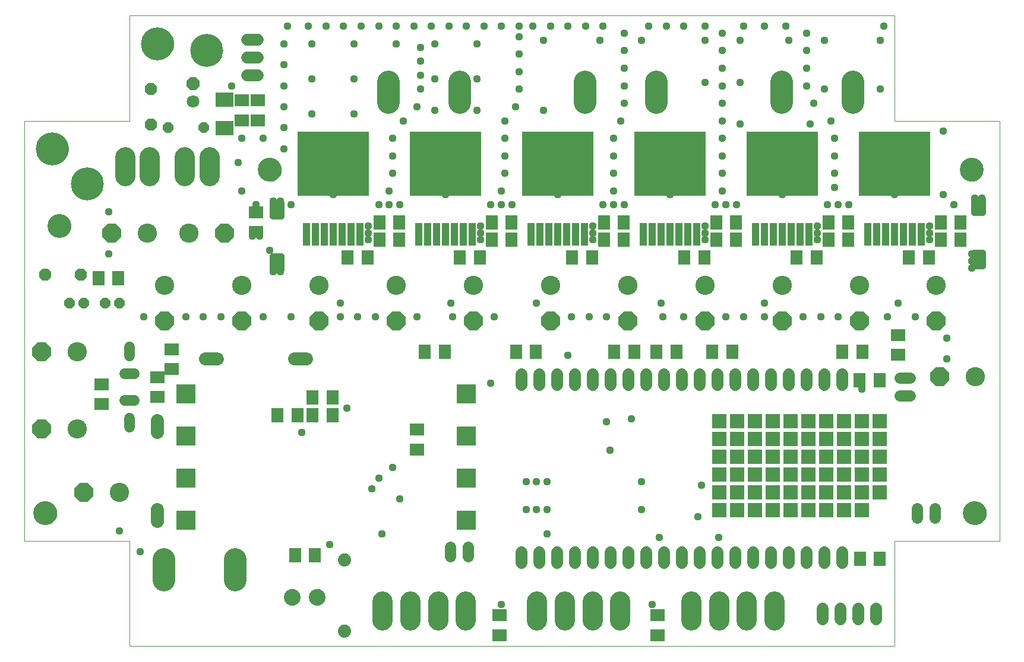
<source format=gts>
G75*
G70*
%OFA0B0*%
%FSLAX24Y24*%
%IPPOS*%
%LPD*%
%AMOC8*
5,1,8,0,0,1.08239X$1,22.5*
%
%ADD10C,0.0000*%
%ADD11C,0.1340*%
%ADD12C,0.1852*%
%ADD13C,0.0740*%
%ADD14C,0.0680*%
%ADD15C,0.0640*%
%ADD16R,0.0395X0.1261*%
%ADD17R,0.4017X0.3623*%
%ADD18C,0.1143*%
%ADD19C,0.1080*%
%ADD20OC8,0.1080*%
%ADD21C,0.0940*%
%ADD22C,0.1145*%
%ADD23R,0.0710X0.0789*%
%ADD24R,0.0789X0.0710*%
%ADD25C,0.0600*%
%ADD26C,0.0332*%
%ADD27C,0.0740*%
%ADD28R,0.0710X0.0790*%
%ADD29C,0.1261*%
%ADD30R,0.1080X0.1080*%
%ADD31R,0.0790X0.0710*%
%ADD32OC8,0.0680*%
%ADD33OC8,0.0600*%
%ADD34R,0.1025X0.0789*%
%ADD35OC8,0.0710*%
%ADD36C,0.0710*%
%ADD37C,0.0437*%
%ADD38R,0.0840X0.0840*%
D10*
X008939Y004759D02*
X008939Y010664D01*
X003033Y010664D01*
X003033Y034286D01*
X008939Y034286D01*
X008939Y040192D01*
X051852Y040192D01*
X051852Y034286D01*
X057758Y034286D01*
X057758Y010664D01*
X051852Y010664D01*
X051852Y004759D01*
X008939Y004759D01*
X003584Y012239D02*
X003586Y012289D01*
X003592Y012339D01*
X003602Y012388D01*
X003616Y012436D01*
X003633Y012483D01*
X003654Y012528D01*
X003679Y012572D01*
X003707Y012613D01*
X003739Y012652D01*
X003773Y012689D01*
X003810Y012723D01*
X003850Y012753D01*
X003892Y012780D01*
X003936Y012804D01*
X003982Y012825D01*
X004029Y012841D01*
X004077Y012854D01*
X004127Y012863D01*
X004176Y012868D01*
X004227Y012869D01*
X004277Y012866D01*
X004326Y012859D01*
X004375Y012848D01*
X004423Y012833D01*
X004469Y012815D01*
X004514Y012793D01*
X004557Y012767D01*
X004598Y012738D01*
X004637Y012706D01*
X004673Y012671D01*
X004705Y012633D01*
X004735Y012593D01*
X004762Y012550D01*
X004785Y012506D01*
X004804Y012460D01*
X004820Y012412D01*
X004832Y012363D01*
X004840Y012314D01*
X004844Y012264D01*
X004844Y012214D01*
X004840Y012164D01*
X004832Y012115D01*
X004820Y012066D01*
X004804Y012018D01*
X004785Y011972D01*
X004762Y011928D01*
X004735Y011885D01*
X004705Y011845D01*
X004673Y011807D01*
X004637Y011772D01*
X004598Y011740D01*
X004557Y011711D01*
X004514Y011685D01*
X004469Y011663D01*
X004423Y011645D01*
X004375Y011630D01*
X004326Y011619D01*
X004277Y011612D01*
X004227Y011609D01*
X004176Y011610D01*
X004127Y011615D01*
X004077Y011624D01*
X004029Y011637D01*
X003982Y011653D01*
X003936Y011674D01*
X003892Y011698D01*
X003850Y011725D01*
X003810Y011755D01*
X003773Y011789D01*
X003739Y011826D01*
X003707Y011865D01*
X003679Y011906D01*
X003654Y011950D01*
X003633Y011995D01*
X003616Y012042D01*
X003602Y012090D01*
X003592Y012139D01*
X003586Y012189D01*
X003584Y012239D01*
X004372Y028381D02*
X004374Y028431D01*
X004380Y028481D01*
X004390Y028530D01*
X004404Y028578D01*
X004421Y028625D01*
X004442Y028670D01*
X004467Y028714D01*
X004495Y028755D01*
X004527Y028794D01*
X004561Y028831D01*
X004598Y028865D01*
X004638Y028895D01*
X004680Y028922D01*
X004724Y028946D01*
X004770Y028967D01*
X004817Y028983D01*
X004865Y028996D01*
X004915Y029005D01*
X004964Y029010D01*
X005015Y029011D01*
X005065Y029008D01*
X005114Y029001D01*
X005163Y028990D01*
X005211Y028975D01*
X005257Y028957D01*
X005302Y028935D01*
X005345Y028909D01*
X005386Y028880D01*
X005425Y028848D01*
X005461Y028813D01*
X005493Y028775D01*
X005523Y028735D01*
X005550Y028692D01*
X005573Y028648D01*
X005592Y028602D01*
X005608Y028554D01*
X005620Y028505D01*
X005628Y028456D01*
X005632Y028406D01*
X005632Y028356D01*
X005628Y028306D01*
X005620Y028257D01*
X005608Y028208D01*
X005592Y028160D01*
X005573Y028114D01*
X005550Y028070D01*
X005523Y028027D01*
X005493Y027987D01*
X005461Y027949D01*
X005425Y027914D01*
X005386Y027882D01*
X005345Y027853D01*
X005302Y027827D01*
X005257Y027805D01*
X005211Y027787D01*
X005163Y027772D01*
X005114Y027761D01*
X005065Y027754D01*
X005015Y027751D01*
X004964Y027752D01*
X004915Y027757D01*
X004865Y027766D01*
X004817Y027779D01*
X004770Y027795D01*
X004724Y027816D01*
X004680Y027840D01*
X004638Y027867D01*
X004598Y027897D01*
X004561Y027931D01*
X004527Y027968D01*
X004495Y028007D01*
X004467Y028048D01*
X004442Y028092D01*
X004421Y028137D01*
X004404Y028184D01*
X004390Y028232D01*
X004380Y028281D01*
X004374Y028331D01*
X004372Y028381D01*
X003722Y032712D02*
X003724Y032771D01*
X003730Y032830D01*
X003740Y032888D01*
X003753Y032946D01*
X003771Y033003D01*
X003792Y033058D01*
X003817Y033112D01*
X003846Y033164D01*
X003878Y033213D01*
X003913Y033261D01*
X003951Y033306D01*
X003992Y033349D01*
X004036Y033389D01*
X004082Y033425D01*
X004131Y033459D01*
X004182Y033489D01*
X004235Y033516D01*
X004290Y033539D01*
X004345Y033558D01*
X004403Y033574D01*
X004461Y033586D01*
X004519Y033594D01*
X004578Y033598D01*
X004638Y033598D01*
X004697Y033594D01*
X004755Y033586D01*
X004813Y033574D01*
X004871Y033558D01*
X004926Y033539D01*
X004981Y033516D01*
X005034Y033489D01*
X005085Y033459D01*
X005134Y033425D01*
X005180Y033389D01*
X005224Y033349D01*
X005265Y033306D01*
X005303Y033261D01*
X005338Y033213D01*
X005370Y033164D01*
X005399Y033112D01*
X005424Y033058D01*
X005445Y033003D01*
X005463Y032946D01*
X005476Y032888D01*
X005486Y032830D01*
X005492Y032771D01*
X005494Y032712D01*
X005492Y032653D01*
X005486Y032594D01*
X005476Y032536D01*
X005463Y032478D01*
X005445Y032421D01*
X005424Y032366D01*
X005399Y032312D01*
X005370Y032260D01*
X005338Y032211D01*
X005303Y032163D01*
X005265Y032118D01*
X005224Y032075D01*
X005180Y032035D01*
X005134Y031999D01*
X005085Y031965D01*
X005034Y031935D01*
X004981Y031908D01*
X004926Y031885D01*
X004871Y031866D01*
X004813Y031850D01*
X004755Y031838D01*
X004697Y031830D01*
X004638Y031826D01*
X004578Y031826D01*
X004519Y031830D01*
X004461Y031838D01*
X004403Y031850D01*
X004345Y031866D01*
X004290Y031885D01*
X004235Y031908D01*
X004182Y031935D01*
X004131Y031965D01*
X004082Y031999D01*
X004036Y032035D01*
X003992Y032075D01*
X003951Y032118D01*
X003913Y032163D01*
X003878Y032211D01*
X003846Y032260D01*
X003817Y032312D01*
X003792Y032366D01*
X003771Y032421D01*
X003753Y032478D01*
X003740Y032536D01*
X003730Y032594D01*
X003724Y032653D01*
X003722Y032712D01*
X009628Y038617D02*
X009630Y038676D01*
X009636Y038735D01*
X009646Y038793D01*
X009659Y038851D01*
X009677Y038908D01*
X009698Y038963D01*
X009723Y039017D01*
X009752Y039069D01*
X009784Y039118D01*
X009819Y039166D01*
X009857Y039211D01*
X009898Y039254D01*
X009942Y039294D01*
X009988Y039330D01*
X010037Y039364D01*
X010088Y039394D01*
X010141Y039421D01*
X010196Y039444D01*
X010251Y039463D01*
X010309Y039479D01*
X010367Y039491D01*
X010425Y039499D01*
X010484Y039503D01*
X010544Y039503D01*
X010603Y039499D01*
X010661Y039491D01*
X010719Y039479D01*
X010777Y039463D01*
X010832Y039444D01*
X010887Y039421D01*
X010940Y039394D01*
X010991Y039364D01*
X011040Y039330D01*
X011086Y039294D01*
X011130Y039254D01*
X011171Y039211D01*
X011209Y039166D01*
X011244Y039118D01*
X011276Y039069D01*
X011305Y039017D01*
X011330Y038963D01*
X011351Y038908D01*
X011369Y038851D01*
X011382Y038793D01*
X011392Y038735D01*
X011398Y038676D01*
X011400Y038617D01*
X011398Y038558D01*
X011392Y038499D01*
X011382Y038441D01*
X011369Y038383D01*
X011351Y038326D01*
X011330Y038271D01*
X011305Y038217D01*
X011276Y038165D01*
X011244Y038116D01*
X011209Y038068D01*
X011171Y038023D01*
X011130Y037980D01*
X011086Y037940D01*
X011040Y037904D01*
X010991Y037870D01*
X010940Y037840D01*
X010887Y037813D01*
X010832Y037790D01*
X010777Y037771D01*
X010719Y037755D01*
X010661Y037743D01*
X010603Y037735D01*
X010544Y037731D01*
X010484Y037731D01*
X010425Y037735D01*
X010367Y037743D01*
X010309Y037755D01*
X010251Y037771D01*
X010196Y037790D01*
X010141Y037813D01*
X010088Y037840D01*
X010037Y037870D01*
X009988Y037904D01*
X009942Y037940D01*
X009898Y037980D01*
X009857Y038023D01*
X009819Y038068D01*
X009784Y038116D01*
X009752Y038165D01*
X009723Y038217D01*
X009698Y038271D01*
X009677Y038326D01*
X009659Y038383D01*
X009646Y038441D01*
X009636Y038499D01*
X009630Y038558D01*
X009628Y038617D01*
X016183Y031530D02*
X016185Y031580D01*
X016191Y031630D01*
X016201Y031679D01*
X016215Y031727D01*
X016232Y031774D01*
X016253Y031819D01*
X016278Y031863D01*
X016306Y031904D01*
X016338Y031943D01*
X016372Y031980D01*
X016409Y032014D01*
X016449Y032044D01*
X016491Y032071D01*
X016535Y032095D01*
X016581Y032116D01*
X016628Y032132D01*
X016676Y032145D01*
X016726Y032154D01*
X016775Y032159D01*
X016826Y032160D01*
X016876Y032157D01*
X016925Y032150D01*
X016974Y032139D01*
X017022Y032124D01*
X017068Y032106D01*
X017113Y032084D01*
X017156Y032058D01*
X017197Y032029D01*
X017236Y031997D01*
X017272Y031962D01*
X017304Y031924D01*
X017334Y031884D01*
X017361Y031841D01*
X017384Y031797D01*
X017403Y031751D01*
X017419Y031703D01*
X017431Y031654D01*
X017439Y031605D01*
X017443Y031555D01*
X017443Y031505D01*
X017439Y031455D01*
X017431Y031406D01*
X017419Y031357D01*
X017403Y031309D01*
X017384Y031263D01*
X017361Y031219D01*
X017334Y031176D01*
X017304Y031136D01*
X017272Y031098D01*
X017236Y031063D01*
X017197Y031031D01*
X017156Y031002D01*
X017113Y030976D01*
X017068Y030954D01*
X017022Y030936D01*
X016974Y030921D01*
X016925Y030910D01*
X016876Y030903D01*
X016826Y030900D01*
X016775Y030901D01*
X016726Y030906D01*
X016676Y030915D01*
X016628Y030928D01*
X016581Y030944D01*
X016535Y030965D01*
X016491Y030989D01*
X016449Y031016D01*
X016409Y031046D01*
X016372Y031080D01*
X016338Y031117D01*
X016306Y031156D01*
X016278Y031197D01*
X016253Y031241D01*
X016232Y031286D01*
X016215Y031333D01*
X016201Y031381D01*
X016191Y031430D01*
X016185Y031480D01*
X016183Y031530D01*
X055553Y031530D02*
X055555Y031580D01*
X055561Y031630D01*
X055571Y031679D01*
X055585Y031727D01*
X055602Y031774D01*
X055623Y031819D01*
X055648Y031863D01*
X055676Y031904D01*
X055708Y031943D01*
X055742Y031980D01*
X055779Y032014D01*
X055819Y032044D01*
X055861Y032071D01*
X055905Y032095D01*
X055951Y032116D01*
X055998Y032132D01*
X056046Y032145D01*
X056096Y032154D01*
X056145Y032159D01*
X056196Y032160D01*
X056246Y032157D01*
X056295Y032150D01*
X056344Y032139D01*
X056392Y032124D01*
X056438Y032106D01*
X056483Y032084D01*
X056526Y032058D01*
X056567Y032029D01*
X056606Y031997D01*
X056642Y031962D01*
X056674Y031924D01*
X056704Y031884D01*
X056731Y031841D01*
X056754Y031797D01*
X056773Y031751D01*
X056789Y031703D01*
X056801Y031654D01*
X056809Y031605D01*
X056813Y031555D01*
X056813Y031505D01*
X056809Y031455D01*
X056801Y031406D01*
X056789Y031357D01*
X056773Y031309D01*
X056754Y031263D01*
X056731Y031219D01*
X056704Y031176D01*
X056674Y031136D01*
X056642Y031098D01*
X056606Y031063D01*
X056567Y031031D01*
X056526Y031002D01*
X056483Y030976D01*
X056438Y030954D01*
X056392Y030936D01*
X056344Y030921D01*
X056295Y030910D01*
X056246Y030903D01*
X056196Y030900D01*
X056145Y030901D01*
X056096Y030906D01*
X056046Y030915D01*
X055998Y030928D01*
X055951Y030944D01*
X055905Y030965D01*
X055861Y030989D01*
X055819Y031016D01*
X055779Y031046D01*
X055742Y031080D01*
X055708Y031117D01*
X055676Y031156D01*
X055648Y031197D01*
X055623Y031241D01*
X055602Y031286D01*
X055585Y031333D01*
X055571Y031381D01*
X055561Y031430D01*
X055555Y031480D01*
X055553Y031530D01*
X055750Y012239D02*
X055752Y012289D01*
X055758Y012339D01*
X055768Y012388D01*
X055782Y012436D01*
X055799Y012483D01*
X055820Y012528D01*
X055845Y012572D01*
X055873Y012613D01*
X055905Y012652D01*
X055939Y012689D01*
X055976Y012723D01*
X056016Y012753D01*
X056058Y012780D01*
X056102Y012804D01*
X056148Y012825D01*
X056195Y012841D01*
X056243Y012854D01*
X056293Y012863D01*
X056342Y012868D01*
X056393Y012869D01*
X056443Y012866D01*
X056492Y012859D01*
X056541Y012848D01*
X056589Y012833D01*
X056635Y012815D01*
X056680Y012793D01*
X056723Y012767D01*
X056764Y012738D01*
X056803Y012706D01*
X056839Y012671D01*
X056871Y012633D01*
X056901Y012593D01*
X056928Y012550D01*
X056951Y012506D01*
X056970Y012460D01*
X056986Y012412D01*
X056998Y012363D01*
X057006Y012314D01*
X057010Y012264D01*
X057010Y012214D01*
X057006Y012164D01*
X056998Y012115D01*
X056986Y012066D01*
X056970Y012018D01*
X056951Y011972D01*
X056928Y011928D01*
X056901Y011885D01*
X056871Y011845D01*
X056839Y011807D01*
X056803Y011772D01*
X056764Y011740D01*
X056723Y011711D01*
X056680Y011685D01*
X056635Y011663D01*
X056589Y011645D01*
X056541Y011630D01*
X056492Y011619D01*
X056443Y011612D01*
X056393Y011609D01*
X056342Y011610D01*
X056293Y011615D01*
X056243Y011624D01*
X056195Y011637D01*
X056148Y011653D01*
X056102Y011674D01*
X056058Y011698D01*
X056016Y011725D01*
X055976Y011755D01*
X055939Y011789D01*
X055905Y011826D01*
X055873Y011865D01*
X055845Y011906D01*
X055820Y011950D01*
X055799Y011995D01*
X055782Y012042D01*
X055768Y012090D01*
X055758Y012139D01*
X055752Y012189D01*
X055750Y012239D01*
D11*
X056380Y012239D03*
X056183Y031530D03*
X016813Y031530D03*
X005002Y028381D03*
X004214Y012239D03*
D12*
X006577Y030743D03*
X004608Y032712D03*
X010514Y038617D03*
X013270Y038223D03*
D13*
X020996Y009595D03*
X020996Y005595D03*
D14*
X030923Y009423D02*
X030923Y010023D01*
X031923Y010023D02*
X031923Y009423D01*
X032923Y009423D02*
X032923Y010023D01*
X033923Y010023D02*
X033923Y009423D01*
X034923Y009423D02*
X034923Y010023D01*
X035923Y010023D02*
X035923Y009423D01*
X036923Y009423D02*
X036923Y010023D01*
X037923Y010023D02*
X037923Y009423D01*
X038923Y009423D02*
X038923Y010023D01*
X039923Y010023D02*
X039923Y009423D01*
X040923Y009423D02*
X040923Y010023D01*
X041923Y010023D02*
X041923Y009423D01*
X042923Y009423D02*
X042923Y010023D01*
X043923Y010023D02*
X043923Y009423D01*
X044923Y009423D02*
X044923Y010023D01*
X045923Y010023D02*
X045923Y009423D01*
X046923Y009423D02*
X046923Y010023D01*
X047923Y010023D02*
X047923Y009423D01*
X048923Y009423D02*
X048923Y010023D01*
X048829Y006860D02*
X048829Y006260D01*
X049829Y006260D02*
X049829Y006860D01*
X050829Y006860D02*
X050829Y006260D01*
X047829Y006260D02*
X047829Y006860D01*
X047923Y019423D02*
X047923Y020023D01*
X046923Y020023D02*
X046923Y019423D01*
X045923Y019423D02*
X045923Y020023D01*
X044923Y020023D02*
X044923Y019423D01*
X043923Y019423D02*
X043923Y020023D01*
X042923Y020023D02*
X042923Y019423D01*
X041923Y019423D02*
X041923Y020023D01*
X040923Y020023D02*
X040923Y019423D01*
X039923Y019423D02*
X039923Y020023D01*
X038923Y020023D02*
X038923Y019423D01*
X037923Y019423D02*
X037923Y020023D01*
X036923Y020023D02*
X036923Y019423D01*
X035923Y019423D02*
X035923Y020023D01*
X034923Y020023D02*
X034923Y019423D01*
X033923Y019423D02*
X033923Y020023D01*
X032923Y020023D02*
X032923Y019423D01*
X031923Y019423D02*
X031923Y020023D01*
X030923Y020023D02*
X030923Y019423D01*
X048923Y019423D02*
X048923Y020023D01*
X016144Y036830D02*
X015544Y036830D01*
X015544Y037830D02*
X016144Y037830D01*
X016144Y038830D02*
X015544Y038830D01*
D15*
X052163Y019826D02*
X052723Y019826D01*
X052723Y018826D02*
X052163Y018826D01*
X053124Y012519D02*
X053124Y011959D01*
X054124Y011959D02*
X054124Y012519D01*
X027943Y010354D02*
X027943Y009794D01*
X026943Y009794D02*
X026943Y010354D01*
D16*
X027155Y027905D03*
X026655Y027905D03*
X026155Y027905D03*
X025655Y027905D03*
X025155Y027905D03*
X027655Y027905D03*
X028155Y027905D03*
X031455Y027905D03*
X031955Y027905D03*
X032455Y027905D03*
X032955Y027905D03*
X033455Y027905D03*
X033955Y027905D03*
X034455Y027905D03*
X037754Y027905D03*
X038254Y027905D03*
X038754Y027905D03*
X039254Y027905D03*
X039754Y027905D03*
X040254Y027905D03*
X040754Y027905D03*
X044053Y027905D03*
X044553Y027905D03*
X045053Y027905D03*
X045553Y027905D03*
X046053Y027905D03*
X046553Y027905D03*
X047053Y027905D03*
X050352Y027905D03*
X050852Y027905D03*
X051352Y027905D03*
X051852Y027905D03*
X052352Y027905D03*
X052852Y027905D03*
X053352Y027905D03*
X021856Y027905D03*
X021356Y027905D03*
X020856Y027905D03*
X020356Y027905D03*
X019856Y027905D03*
X019356Y027905D03*
X018856Y027905D03*
D17*
X020356Y031883D03*
X026655Y031883D03*
X032955Y031883D03*
X039254Y031883D03*
X045553Y031883D03*
X051852Y031883D03*
D18*
X013415Y032233D02*
X013415Y031170D01*
X012037Y031170D02*
X012037Y032233D01*
X010069Y032233D02*
X010069Y031170D01*
X008691Y031170D02*
X008691Y032233D01*
D19*
X009939Y027987D03*
X012270Y027987D03*
X010907Y025050D03*
X015238Y025050D03*
X019569Y025050D03*
X023900Y025050D03*
X028230Y025050D03*
X032561Y025050D03*
X036892Y025050D03*
X041222Y025050D03*
X045553Y025050D03*
X049884Y025050D03*
X054214Y025050D03*
X056396Y019916D03*
X008364Y013420D03*
X006002Y016964D03*
X006002Y021294D03*
D20*
X004002Y021294D03*
X004002Y016964D03*
X006364Y013420D03*
X010907Y023050D03*
X015238Y023050D03*
X019569Y023050D03*
X023900Y023050D03*
X028230Y023050D03*
X032561Y023050D03*
X036892Y023050D03*
X041222Y023050D03*
X045553Y023050D03*
X049884Y023050D03*
X054214Y023050D03*
X054396Y019916D03*
X014270Y027987D03*
X007939Y027987D03*
D21*
X018073Y007515D03*
X019451Y007515D03*
D22*
X023134Y007260D02*
X023134Y006195D01*
X024694Y006195D02*
X024694Y007260D01*
X026254Y007260D02*
X026254Y006195D01*
X027814Y006195D02*
X027814Y007260D01*
X031796Y007260D02*
X031796Y006195D01*
X033356Y006195D02*
X033356Y007260D01*
X034916Y007260D02*
X034916Y006195D01*
X036476Y006195D02*
X036476Y007260D01*
X040457Y007260D02*
X040457Y006195D01*
X042017Y006195D02*
X042017Y007260D01*
X043577Y007260D02*
X043577Y006195D01*
X045137Y006195D02*
X045137Y007260D01*
D23*
X049923Y009680D03*
X051026Y009680D03*
X049254Y027593D03*
X049254Y028578D03*
X048151Y028578D03*
X048151Y027593D03*
X042955Y027593D03*
X042955Y028578D03*
X041852Y028578D03*
X041852Y027593D03*
X036655Y027593D03*
X036655Y028578D03*
X035553Y028578D03*
X035553Y027593D03*
X030356Y027593D03*
X030356Y028578D03*
X029254Y028578D03*
X029254Y027593D03*
X024057Y027593D03*
X024057Y028578D03*
X022955Y028578D03*
X022955Y027593D03*
X020317Y017751D03*
X019214Y017751D03*
X019333Y009877D03*
X018230Y009877D03*
X008309Y025428D03*
X007207Y025428D03*
X054451Y027593D03*
X054451Y028578D03*
X055553Y028578D03*
X055553Y027593D03*
D24*
X038565Y006491D03*
X038565Y005389D03*
X029707Y005389D03*
X029707Y006491D03*
X025081Y015822D03*
X025081Y016924D03*
X011301Y020349D03*
X010514Y019877D03*
X010514Y018775D03*
X011301Y021452D03*
X007364Y019483D03*
X007364Y018381D03*
X016026Y028027D03*
X016026Y029129D03*
D25*
X008939Y021586D02*
X008939Y021066D01*
X008679Y020076D02*
X009199Y020076D01*
X009199Y018576D02*
X008679Y018576D01*
X008939Y017586D02*
X008939Y017066D01*
D26*
X016958Y026664D02*
X017456Y026664D01*
X017456Y025916D01*
X016958Y025916D01*
X016958Y026664D01*
X016958Y026247D02*
X017456Y026247D01*
X017456Y026578D02*
X016958Y026578D01*
X016958Y029664D02*
X017456Y029664D01*
X017456Y028916D01*
X016958Y028916D01*
X016958Y029664D01*
X016958Y029247D02*
X017456Y029247D01*
X017456Y029578D02*
X016958Y029578D01*
X056328Y029861D02*
X056826Y029861D01*
X056826Y029113D01*
X056328Y029113D01*
X056328Y029861D01*
X056328Y029444D02*
X056826Y029444D01*
X056826Y029775D02*
X056328Y029775D01*
X056328Y026861D02*
X056826Y026861D01*
X056826Y026113D01*
X056328Y026113D01*
X056328Y026861D01*
X056328Y026444D02*
X056826Y026444D01*
X056826Y026775D02*
X056328Y026775D01*
D27*
X018856Y020901D02*
X018196Y020901D01*
X013856Y020901D02*
X013196Y020901D01*
X010514Y017431D02*
X010514Y016771D01*
X010514Y012431D02*
X010514Y011771D01*
D28*
X017237Y017751D03*
X018357Y017751D03*
X019206Y018735D03*
X020326Y018735D03*
X025505Y021294D03*
X026625Y021294D03*
X030623Y021294D03*
X031743Y021294D03*
X036135Y021294D03*
X037255Y021294D03*
X038497Y021294D03*
X039617Y021294D03*
X041647Y021294D03*
X042766Y021294D03*
X048930Y021294D03*
X050050Y021294D03*
X049899Y019712D03*
X051018Y019712D03*
X052670Y026609D03*
X053790Y026609D03*
X047491Y026609D03*
X046371Y026609D03*
X041192Y026609D03*
X040072Y026609D03*
X034892Y026609D03*
X033773Y026609D03*
X028593Y026609D03*
X027474Y026609D03*
X022294Y026609D03*
X021174Y026609D03*
D29*
X023474Y035308D02*
X023474Y036489D01*
X027474Y036489D02*
X027474Y035308D01*
X034498Y035308D02*
X034498Y036489D01*
X038498Y036489D02*
X038498Y035308D01*
X045522Y035308D02*
X045522Y036489D01*
X049522Y036489D02*
X049522Y035308D01*
X014876Y009643D02*
X014876Y008462D01*
X010876Y008462D02*
X010876Y009643D01*
D30*
X012089Y011845D03*
X012089Y014208D03*
X012089Y016570D03*
X012089Y018932D03*
X027837Y018932D03*
X027837Y016570D03*
X027837Y014208D03*
X027837Y011845D03*
D31*
X052049Y021128D03*
X052049Y022248D03*
X016124Y034317D03*
X015238Y034317D03*
X015238Y035437D03*
X016124Y035437D03*
D32*
X010120Y036074D03*
X010120Y034074D03*
X006199Y025625D03*
X004199Y025625D03*
D33*
X005577Y024050D03*
X006364Y024050D03*
X007577Y024050D03*
X008364Y024050D03*
X011089Y033893D03*
X013089Y033893D03*
D34*
X014254Y033883D03*
X014254Y035477D03*
D35*
X012482Y036361D03*
D36*
X012482Y035361D03*
D37*
X014648Y036255D03*
X017600Y036255D03*
X017600Y037436D03*
X017600Y038617D03*
X017797Y039601D03*
X018978Y039601D03*
X019963Y039601D03*
X020947Y039601D03*
X021931Y039601D03*
X022915Y039601D03*
X023900Y039601D03*
X024884Y039601D03*
X025868Y039601D03*
X026852Y039601D03*
X027837Y039601D03*
X028821Y039601D03*
X029805Y039601D03*
X030789Y039601D03*
X030789Y039011D03*
X031577Y039601D03*
X032167Y038814D03*
X032561Y039601D03*
X033545Y039601D03*
X034529Y039601D03*
X035514Y039601D03*
X035317Y038814D03*
X036695Y039208D03*
X036695Y038223D03*
X037679Y038814D03*
X038073Y039601D03*
X039057Y039601D03*
X040041Y039601D03*
X041222Y039601D03*
X042207Y039208D03*
X041222Y038814D03*
X042207Y038223D03*
X043191Y038814D03*
X043388Y039601D03*
X044569Y039601D03*
X045750Y039601D03*
X045947Y038814D03*
X046931Y039208D03*
X047915Y038814D03*
X046931Y038223D03*
X046931Y037239D03*
X046931Y036255D03*
X047915Y036058D03*
X047325Y035271D03*
X047128Y034090D03*
X048309Y034286D03*
X048506Y033302D03*
X047128Y032515D03*
X046340Y032515D03*
X045553Y032515D03*
X044766Y032515D03*
X044766Y031727D03*
X045553Y031727D03*
X046340Y031727D03*
X046340Y030940D03*
X045553Y030940D03*
X044766Y030940D03*
X043978Y030940D03*
X043978Y031727D03*
X043978Y032515D03*
X042207Y032318D03*
X042207Y031334D03*
X040829Y031727D03*
X040041Y031727D03*
X040041Y030940D03*
X040829Y030940D03*
X042207Y030349D03*
X042403Y029562D03*
X041813Y029562D03*
X042994Y029562D03*
X041222Y028381D03*
X041222Y027987D03*
X041222Y027593D03*
X039254Y030152D03*
X039254Y030940D03*
X038466Y030940D03*
X037679Y030940D03*
X037679Y031727D03*
X038466Y031727D03*
X039254Y031727D03*
X039254Y032515D03*
X038466Y032515D03*
X037679Y032515D03*
X036104Y032318D03*
X036104Y031334D03*
X036104Y030349D03*
X036104Y029562D03*
X035514Y029562D03*
X036695Y029562D03*
X034923Y028381D03*
X034923Y027987D03*
X034923Y027593D03*
X032955Y030152D03*
X032955Y030940D03*
X032167Y030940D03*
X031380Y030940D03*
X031380Y031727D03*
X032167Y031727D03*
X032955Y031727D03*
X033742Y031727D03*
X034529Y031727D03*
X034529Y030940D03*
X033742Y030940D03*
X033742Y032515D03*
X034529Y032515D03*
X032955Y032515D03*
X032167Y032515D03*
X031380Y032515D03*
X030002Y032318D03*
X030002Y031334D03*
X029805Y030349D03*
X029805Y029562D03*
X029214Y029562D03*
X030396Y029562D03*
X028624Y028381D03*
X028624Y027987D03*
X028624Y027593D03*
X026655Y030152D03*
X026655Y030940D03*
X027443Y030940D03*
X028230Y030940D03*
X028230Y031727D03*
X027443Y031727D03*
X026655Y031727D03*
X025868Y031727D03*
X025081Y031727D03*
X025081Y030940D03*
X025868Y030940D03*
X025868Y032515D03*
X025081Y032515D03*
X023703Y032318D03*
X023703Y031334D03*
X023506Y030349D03*
X023506Y029562D03*
X024096Y029562D03*
X022915Y029562D03*
X022325Y028381D03*
X022325Y027987D03*
X022325Y027593D03*
X020356Y030152D03*
X020356Y030940D03*
X021144Y030940D03*
X021931Y030940D03*
X021931Y031727D03*
X021144Y031727D03*
X020356Y031727D03*
X019569Y031727D03*
X018781Y031727D03*
X018781Y030940D03*
X019569Y030940D03*
X017403Y029759D03*
X017010Y029759D03*
X017994Y029562D03*
X016026Y029562D03*
X015238Y030349D03*
X015041Y031924D03*
X015238Y033302D03*
X016419Y033302D03*
X017600Y032712D03*
X018781Y032515D03*
X019569Y032515D03*
X020356Y032515D03*
X021144Y032515D03*
X021931Y032515D03*
X023703Y033302D03*
X024293Y034286D03*
X025081Y035074D03*
X026065Y034877D03*
X025277Y036058D03*
X025277Y036845D03*
X026065Y036649D03*
X025277Y037633D03*
X025277Y038420D03*
X026065Y038617D03*
X023900Y038617D03*
X021537Y038617D03*
X019175Y038617D03*
X019175Y036649D03*
X017600Y035074D03*
X017600Y033893D03*
X019175Y034680D03*
X021537Y034680D03*
X021537Y036649D03*
X026655Y032515D03*
X027443Y032515D03*
X028230Y032515D03*
X030002Y033302D03*
X030002Y034286D03*
X030592Y035074D03*
X030789Y036058D03*
X030789Y037042D03*
X030789Y038027D03*
X028427Y038617D03*
X028427Y036649D03*
X028427Y034877D03*
X032167Y034877D03*
X036104Y033302D03*
X036498Y034286D03*
X036695Y035271D03*
X036695Y036255D03*
X036695Y037239D03*
X041222Y036452D03*
X042207Y036255D03*
X042207Y037239D03*
X043191Y036452D03*
X042207Y035271D03*
X042207Y034286D03*
X042207Y033302D03*
X043191Y034090D03*
X040829Y032515D03*
X040041Y032515D03*
X045553Y030152D03*
X047128Y030940D03*
X047128Y031727D03*
X048506Y031334D03*
X048506Y030546D03*
X048703Y029562D03*
X049293Y029562D03*
X048112Y029562D03*
X047522Y028381D03*
X047522Y027987D03*
X047522Y027593D03*
X051852Y030152D03*
X051852Y030940D03*
X051065Y030940D03*
X051065Y031727D03*
X051852Y031727D03*
X052640Y031727D03*
X053427Y031727D03*
X053427Y030940D03*
X052640Y030940D03*
X052640Y032515D03*
X051852Y032515D03*
X051065Y032515D03*
X050277Y032515D03*
X050277Y031727D03*
X050277Y030940D03*
X048506Y032318D03*
X051065Y036058D03*
X054608Y033696D03*
X053427Y032515D03*
X054608Y030152D03*
X055199Y029562D03*
X056380Y029956D03*
X056774Y029956D03*
X053821Y028381D03*
X053821Y027987D03*
X053821Y027593D03*
X056183Y026806D03*
X056183Y026412D03*
X056183Y026019D03*
X053033Y023263D03*
X052049Y024050D03*
X051459Y023263D03*
X048703Y023263D03*
X047718Y023263D03*
X046734Y023263D03*
X044569Y023263D03*
X044569Y024050D03*
X043388Y023263D03*
X042403Y023263D03*
X040041Y023263D03*
X038860Y023263D03*
X038754Y024050D03*
X035711Y023263D03*
X034726Y023263D03*
X033742Y023263D03*
X031774Y024050D03*
X029411Y023263D03*
X027049Y023263D03*
X026951Y024050D03*
X025081Y023263D03*
X022718Y023263D03*
X021734Y023263D03*
X020750Y023263D03*
X020750Y024050D03*
X017994Y023263D03*
X016419Y023263D03*
X014057Y023263D03*
X013073Y023263D03*
X012089Y023263D03*
X009726Y023263D03*
X007758Y026806D03*
X007758Y029168D03*
X015829Y027790D03*
X016222Y027790D03*
X016813Y027003D03*
X017010Y025822D03*
X017403Y025822D03*
X021144Y018145D03*
X018585Y016767D03*
X022915Y014208D03*
X023703Y014798D03*
X022522Y013617D03*
X024096Y013027D03*
X023112Y011058D03*
X020159Y010467D03*
X029805Y007121D03*
X032364Y011058D03*
X032364Y012436D03*
X031774Y012436D03*
X031183Y012436D03*
X031183Y014011D03*
X031774Y014011D03*
X032364Y014011D03*
X035907Y015782D03*
X035711Y017357D03*
X037089Y017554D03*
X037679Y014011D03*
X037679Y012436D03*
X038663Y010861D03*
X040829Y012042D03*
X042010Y010861D03*
X041026Y013814D03*
X050041Y019212D03*
X054805Y020901D03*
X054805Y022082D03*
X033545Y021097D03*
X029214Y019523D03*
X038270Y007121D03*
X009529Y010074D03*
X008348Y011255D03*
X051065Y038814D03*
X051262Y039601D03*
D38*
X051041Y017404D03*
X051041Y016404D03*
X050041Y016404D03*
X049041Y016404D03*
X048041Y016404D03*
X047041Y016404D03*
X046041Y016404D03*
X045041Y016404D03*
X044041Y016404D03*
X043041Y016404D03*
X042041Y016404D03*
X042041Y017404D03*
X043041Y017404D03*
X044041Y017404D03*
X045041Y017404D03*
X046041Y017404D03*
X047041Y017404D03*
X048041Y017404D03*
X049041Y017404D03*
X050041Y017404D03*
X050041Y015404D03*
X050041Y014404D03*
X050041Y013404D03*
X049041Y013404D03*
X048041Y013404D03*
X047041Y013404D03*
X046041Y013404D03*
X045041Y013404D03*
X044041Y013404D03*
X043041Y013404D03*
X042041Y013404D03*
X042041Y014404D03*
X043041Y014404D03*
X044041Y014404D03*
X045041Y014404D03*
X046041Y014404D03*
X047041Y014404D03*
X048041Y014404D03*
X049041Y014404D03*
X049041Y015404D03*
X048041Y015404D03*
X047041Y015404D03*
X046041Y015404D03*
X045041Y015404D03*
X044041Y015404D03*
X043041Y015404D03*
X042041Y015404D03*
X042041Y012404D03*
X043041Y012404D03*
X044041Y012404D03*
X045041Y012404D03*
X046041Y012404D03*
X047041Y012404D03*
X048041Y012404D03*
X049041Y012404D03*
X050041Y012404D03*
X051041Y013404D03*
X051041Y014404D03*
X051041Y015404D03*
M02*

</source>
